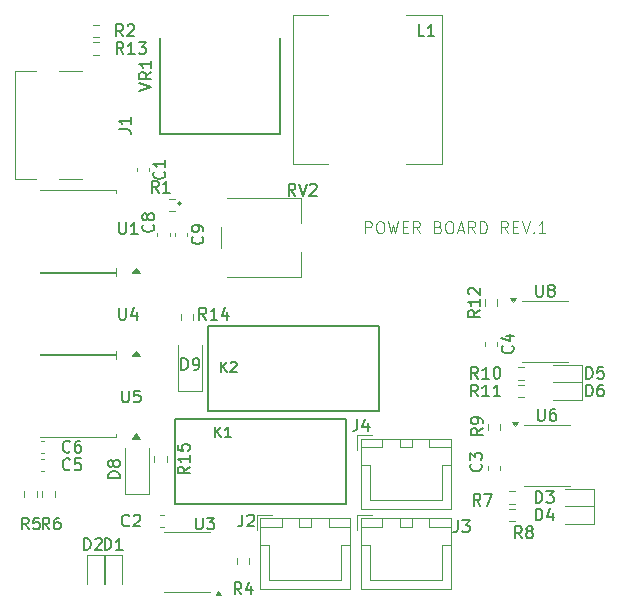
<source format=gbr>
%TF.GenerationSoftware,KiCad,Pcbnew,9.0.2*%
%TF.CreationDate,2025-10-13T00:09:24+02:00*%
%TF.ProjectId,STM32 RC AUTO,53544d33-3220-4524-9320-4155544f2e6b,rev?*%
%TF.SameCoordinates,Original*%
%TF.FileFunction,Legend,Top*%
%TF.FilePolarity,Positive*%
%FSLAX46Y46*%
G04 Gerber Fmt 4.6, Leading zero omitted, Abs format (unit mm)*
G04 Created by KiCad (PCBNEW 9.0.2) date 2025-10-13 00:09:24*
%MOMM*%
%LPD*%
G01*
G04 APERTURE LIST*
%ADD10C,0.100000*%
%ADD11C,0.150000*%
%ADD12C,0.200000*%
%ADD13C,0.127000*%
%ADD14C,0.120000*%
G04 APERTURE END LIST*
D10*
X80803884Y-114122419D02*
X80803884Y-113122419D01*
X80803884Y-113122419D02*
X81184836Y-113122419D01*
X81184836Y-113122419D02*
X81280074Y-113170038D01*
X81280074Y-113170038D02*
X81327693Y-113217657D01*
X81327693Y-113217657D02*
X81375312Y-113312895D01*
X81375312Y-113312895D02*
X81375312Y-113455752D01*
X81375312Y-113455752D02*
X81327693Y-113550990D01*
X81327693Y-113550990D02*
X81280074Y-113598609D01*
X81280074Y-113598609D02*
X81184836Y-113646228D01*
X81184836Y-113646228D02*
X80803884Y-113646228D01*
X81994360Y-113122419D02*
X82184836Y-113122419D01*
X82184836Y-113122419D02*
X82280074Y-113170038D01*
X82280074Y-113170038D02*
X82375312Y-113265276D01*
X82375312Y-113265276D02*
X82422931Y-113455752D01*
X82422931Y-113455752D02*
X82422931Y-113789085D01*
X82422931Y-113789085D02*
X82375312Y-113979561D01*
X82375312Y-113979561D02*
X82280074Y-114074800D01*
X82280074Y-114074800D02*
X82184836Y-114122419D01*
X82184836Y-114122419D02*
X81994360Y-114122419D01*
X81994360Y-114122419D02*
X81899122Y-114074800D01*
X81899122Y-114074800D02*
X81803884Y-113979561D01*
X81803884Y-113979561D02*
X81756265Y-113789085D01*
X81756265Y-113789085D02*
X81756265Y-113455752D01*
X81756265Y-113455752D02*
X81803884Y-113265276D01*
X81803884Y-113265276D02*
X81899122Y-113170038D01*
X81899122Y-113170038D02*
X81994360Y-113122419D01*
X82756265Y-113122419D02*
X82994360Y-114122419D01*
X82994360Y-114122419D02*
X83184836Y-113408133D01*
X83184836Y-113408133D02*
X83375312Y-114122419D01*
X83375312Y-114122419D02*
X83613408Y-113122419D01*
X83994360Y-113598609D02*
X84327693Y-113598609D01*
X84470550Y-114122419D02*
X83994360Y-114122419D01*
X83994360Y-114122419D02*
X83994360Y-113122419D01*
X83994360Y-113122419D02*
X84470550Y-113122419D01*
X85470550Y-114122419D02*
X85137217Y-113646228D01*
X84899122Y-114122419D02*
X84899122Y-113122419D01*
X84899122Y-113122419D02*
X85280074Y-113122419D01*
X85280074Y-113122419D02*
X85375312Y-113170038D01*
X85375312Y-113170038D02*
X85422931Y-113217657D01*
X85422931Y-113217657D02*
X85470550Y-113312895D01*
X85470550Y-113312895D02*
X85470550Y-113455752D01*
X85470550Y-113455752D02*
X85422931Y-113550990D01*
X85422931Y-113550990D02*
X85375312Y-113598609D01*
X85375312Y-113598609D02*
X85280074Y-113646228D01*
X85280074Y-113646228D02*
X84899122Y-113646228D01*
X86994360Y-113598609D02*
X87137217Y-113646228D01*
X87137217Y-113646228D02*
X87184836Y-113693847D01*
X87184836Y-113693847D02*
X87232455Y-113789085D01*
X87232455Y-113789085D02*
X87232455Y-113931942D01*
X87232455Y-113931942D02*
X87184836Y-114027180D01*
X87184836Y-114027180D02*
X87137217Y-114074800D01*
X87137217Y-114074800D02*
X87041979Y-114122419D01*
X87041979Y-114122419D02*
X86661027Y-114122419D01*
X86661027Y-114122419D02*
X86661027Y-113122419D01*
X86661027Y-113122419D02*
X86994360Y-113122419D01*
X86994360Y-113122419D02*
X87089598Y-113170038D01*
X87089598Y-113170038D02*
X87137217Y-113217657D01*
X87137217Y-113217657D02*
X87184836Y-113312895D01*
X87184836Y-113312895D02*
X87184836Y-113408133D01*
X87184836Y-113408133D02*
X87137217Y-113503371D01*
X87137217Y-113503371D02*
X87089598Y-113550990D01*
X87089598Y-113550990D02*
X86994360Y-113598609D01*
X86994360Y-113598609D02*
X86661027Y-113598609D01*
X87851503Y-113122419D02*
X88041979Y-113122419D01*
X88041979Y-113122419D02*
X88137217Y-113170038D01*
X88137217Y-113170038D02*
X88232455Y-113265276D01*
X88232455Y-113265276D02*
X88280074Y-113455752D01*
X88280074Y-113455752D02*
X88280074Y-113789085D01*
X88280074Y-113789085D02*
X88232455Y-113979561D01*
X88232455Y-113979561D02*
X88137217Y-114074800D01*
X88137217Y-114074800D02*
X88041979Y-114122419D01*
X88041979Y-114122419D02*
X87851503Y-114122419D01*
X87851503Y-114122419D02*
X87756265Y-114074800D01*
X87756265Y-114074800D02*
X87661027Y-113979561D01*
X87661027Y-113979561D02*
X87613408Y-113789085D01*
X87613408Y-113789085D02*
X87613408Y-113455752D01*
X87613408Y-113455752D02*
X87661027Y-113265276D01*
X87661027Y-113265276D02*
X87756265Y-113170038D01*
X87756265Y-113170038D02*
X87851503Y-113122419D01*
X88661027Y-113836704D02*
X89137217Y-113836704D01*
X88565789Y-114122419D02*
X88899122Y-113122419D01*
X88899122Y-113122419D02*
X89232455Y-114122419D01*
X90137217Y-114122419D02*
X89803884Y-113646228D01*
X89565789Y-114122419D02*
X89565789Y-113122419D01*
X89565789Y-113122419D02*
X89946741Y-113122419D01*
X89946741Y-113122419D02*
X90041979Y-113170038D01*
X90041979Y-113170038D02*
X90089598Y-113217657D01*
X90089598Y-113217657D02*
X90137217Y-113312895D01*
X90137217Y-113312895D02*
X90137217Y-113455752D01*
X90137217Y-113455752D02*
X90089598Y-113550990D01*
X90089598Y-113550990D02*
X90041979Y-113598609D01*
X90041979Y-113598609D02*
X89946741Y-113646228D01*
X89946741Y-113646228D02*
X89565789Y-113646228D01*
X90565789Y-114122419D02*
X90565789Y-113122419D01*
X90565789Y-113122419D02*
X90803884Y-113122419D01*
X90803884Y-113122419D02*
X90946741Y-113170038D01*
X90946741Y-113170038D02*
X91041979Y-113265276D01*
X91041979Y-113265276D02*
X91089598Y-113360514D01*
X91089598Y-113360514D02*
X91137217Y-113550990D01*
X91137217Y-113550990D02*
X91137217Y-113693847D01*
X91137217Y-113693847D02*
X91089598Y-113884323D01*
X91089598Y-113884323D02*
X91041979Y-113979561D01*
X91041979Y-113979561D02*
X90946741Y-114074800D01*
X90946741Y-114074800D02*
X90803884Y-114122419D01*
X90803884Y-114122419D02*
X90565789Y-114122419D01*
X92899122Y-114122419D02*
X92565789Y-113646228D01*
X92327694Y-114122419D02*
X92327694Y-113122419D01*
X92327694Y-113122419D02*
X92708646Y-113122419D01*
X92708646Y-113122419D02*
X92803884Y-113170038D01*
X92803884Y-113170038D02*
X92851503Y-113217657D01*
X92851503Y-113217657D02*
X92899122Y-113312895D01*
X92899122Y-113312895D02*
X92899122Y-113455752D01*
X92899122Y-113455752D02*
X92851503Y-113550990D01*
X92851503Y-113550990D02*
X92803884Y-113598609D01*
X92803884Y-113598609D02*
X92708646Y-113646228D01*
X92708646Y-113646228D02*
X92327694Y-113646228D01*
X93327694Y-113598609D02*
X93661027Y-113598609D01*
X93803884Y-114122419D02*
X93327694Y-114122419D01*
X93327694Y-114122419D02*
X93327694Y-113122419D01*
X93327694Y-113122419D02*
X93803884Y-113122419D01*
X94089599Y-113122419D02*
X94422932Y-114122419D01*
X94422932Y-114122419D02*
X94756265Y-113122419D01*
X95089599Y-114027180D02*
X95137218Y-114074800D01*
X95137218Y-114074800D02*
X95089599Y-114122419D01*
X95089599Y-114122419D02*
X95041980Y-114074800D01*
X95041980Y-114074800D02*
X95089599Y-114027180D01*
X95089599Y-114027180D02*
X95089599Y-114122419D01*
X96089598Y-114122419D02*
X95518170Y-114122419D01*
X95803884Y-114122419D02*
X95803884Y-113122419D01*
X95803884Y-113122419D02*
X95708646Y-113265276D01*
X95708646Y-113265276D02*
X95613408Y-113360514D01*
X95613408Y-113360514D02*
X95518170Y-113408133D01*
D11*
X61704819Y-102059523D02*
X62704819Y-101726190D01*
X62704819Y-101726190D02*
X61704819Y-101392857D01*
X62704819Y-100488095D02*
X62228628Y-100821428D01*
X62704819Y-101059523D02*
X61704819Y-101059523D01*
X61704819Y-101059523D02*
X61704819Y-100678571D01*
X61704819Y-100678571D02*
X61752438Y-100583333D01*
X61752438Y-100583333D02*
X61800057Y-100535714D01*
X61800057Y-100535714D02*
X61895295Y-100488095D01*
X61895295Y-100488095D02*
X62038152Y-100488095D01*
X62038152Y-100488095D02*
X62133390Y-100535714D01*
X62133390Y-100535714D02*
X62181009Y-100583333D01*
X62181009Y-100583333D02*
X62228628Y-100678571D01*
X62228628Y-100678571D02*
X62228628Y-101059523D01*
X62704819Y-99535714D02*
X62704819Y-100107142D01*
X62704819Y-99821428D02*
X61704819Y-99821428D01*
X61704819Y-99821428D02*
X61847676Y-99916666D01*
X61847676Y-99916666D02*
X61942914Y-100011904D01*
X61942914Y-100011904D02*
X61990533Y-100107142D01*
X74904761Y-110954819D02*
X74571428Y-110478628D01*
X74333333Y-110954819D02*
X74333333Y-109954819D01*
X74333333Y-109954819D02*
X74714285Y-109954819D01*
X74714285Y-109954819D02*
X74809523Y-110002438D01*
X74809523Y-110002438D02*
X74857142Y-110050057D01*
X74857142Y-110050057D02*
X74904761Y-110145295D01*
X74904761Y-110145295D02*
X74904761Y-110288152D01*
X74904761Y-110288152D02*
X74857142Y-110383390D01*
X74857142Y-110383390D02*
X74809523Y-110431009D01*
X74809523Y-110431009D02*
X74714285Y-110478628D01*
X74714285Y-110478628D02*
X74333333Y-110478628D01*
X75190476Y-109954819D02*
X75523809Y-110954819D01*
X75523809Y-110954819D02*
X75857142Y-109954819D01*
X76142857Y-110050057D02*
X76190476Y-110002438D01*
X76190476Y-110002438D02*
X76285714Y-109954819D01*
X76285714Y-109954819D02*
X76523809Y-109954819D01*
X76523809Y-109954819D02*
X76619047Y-110002438D01*
X76619047Y-110002438D02*
X76666666Y-110050057D01*
X76666666Y-110050057D02*
X76714285Y-110145295D01*
X76714285Y-110145295D02*
X76714285Y-110240533D01*
X76714285Y-110240533D02*
X76666666Y-110383390D01*
X76666666Y-110383390D02*
X76095238Y-110954819D01*
X76095238Y-110954819D02*
X76714285Y-110954819D01*
X63333333Y-110704819D02*
X63000000Y-110228628D01*
X62761905Y-110704819D02*
X62761905Y-109704819D01*
X62761905Y-109704819D02*
X63142857Y-109704819D01*
X63142857Y-109704819D02*
X63238095Y-109752438D01*
X63238095Y-109752438D02*
X63285714Y-109800057D01*
X63285714Y-109800057D02*
X63333333Y-109895295D01*
X63333333Y-109895295D02*
X63333333Y-110038152D01*
X63333333Y-110038152D02*
X63285714Y-110133390D01*
X63285714Y-110133390D02*
X63238095Y-110181009D01*
X63238095Y-110181009D02*
X63142857Y-110228628D01*
X63142857Y-110228628D02*
X62761905Y-110228628D01*
X64285714Y-110704819D02*
X63714286Y-110704819D01*
X64000000Y-110704819D02*
X64000000Y-109704819D01*
X64000000Y-109704819D02*
X63904762Y-109847676D01*
X63904762Y-109847676D02*
X63809524Y-109942914D01*
X63809524Y-109942914D02*
X63714286Y-109990533D01*
X90357142Y-126454819D02*
X90023809Y-125978628D01*
X89785714Y-126454819D02*
X89785714Y-125454819D01*
X89785714Y-125454819D02*
X90166666Y-125454819D01*
X90166666Y-125454819D02*
X90261904Y-125502438D01*
X90261904Y-125502438D02*
X90309523Y-125550057D01*
X90309523Y-125550057D02*
X90357142Y-125645295D01*
X90357142Y-125645295D02*
X90357142Y-125788152D01*
X90357142Y-125788152D02*
X90309523Y-125883390D01*
X90309523Y-125883390D02*
X90261904Y-125931009D01*
X90261904Y-125931009D02*
X90166666Y-125978628D01*
X90166666Y-125978628D02*
X89785714Y-125978628D01*
X91309523Y-126454819D02*
X90738095Y-126454819D01*
X91023809Y-126454819D02*
X91023809Y-125454819D01*
X91023809Y-125454819D02*
X90928571Y-125597676D01*
X90928571Y-125597676D02*
X90833333Y-125692914D01*
X90833333Y-125692914D02*
X90738095Y-125740533D01*
X91928571Y-125454819D02*
X92023809Y-125454819D01*
X92023809Y-125454819D02*
X92119047Y-125502438D01*
X92119047Y-125502438D02*
X92166666Y-125550057D01*
X92166666Y-125550057D02*
X92214285Y-125645295D01*
X92214285Y-125645295D02*
X92261904Y-125835771D01*
X92261904Y-125835771D02*
X92261904Y-126073866D01*
X92261904Y-126073866D02*
X92214285Y-126264342D01*
X92214285Y-126264342D02*
X92166666Y-126359580D01*
X92166666Y-126359580D02*
X92119047Y-126407200D01*
X92119047Y-126407200D02*
X92023809Y-126454819D01*
X92023809Y-126454819D02*
X91928571Y-126454819D01*
X91928571Y-126454819D02*
X91833333Y-126407200D01*
X91833333Y-126407200D02*
X91785714Y-126359580D01*
X91785714Y-126359580D02*
X91738095Y-126264342D01*
X91738095Y-126264342D02*
X91690476Y-126073866D01*
X91690476Y-126073866D02*
X91690476Y-125835771D01*
X91690476Y-125835771D02*
X91738095Y-125645295D01*
X91738095Y-125645295D02*
X91785714Y-125550057D01*
X91785714Y-125550057D02*
X91833333Y-125502438D01*
X91833333Y-125502438D02*
X91928571Y-125454819D01*
X80166666Y-129879819D02*
X80166666Y-130594104D01*
X80166666Y-130594104D02*
X80119047Y-130736961D01*
X80119047Y-130736961D02*
X80023809Y-130832200D01*
X80023809Y-130832200D02*
X79880952Y-130879819D01*
X79880952Y-130879819D02*
X79785714Y-130879819D01*
X81071428Y-130213152D02*
X81071428Y-130879819D01*
X80833333Y-129832200D02*
X80595238Y-130546485D01*
X80595238Y-130546485D02*
X81214285Y-130546485D01*
X88666666Y-138454819D02*
X88666666Y-139169104D01*
X88666666Y-139169104D02*
X88619047Y-139311961D01*
X88619047Y-139311961D02*
X88523809Y-139407200D01*
X88523809Y-139407200D02*
X88380952Y-139454819D01*
X88380952Y-139454819D02*
X88285714Y-139454819D01*
X89047619Y-138454819D02*
X89666666Y-138454819D01*
X89666666Y-138454819D02*
X89333333Y-138835771D01*
X89333333Y-138835771D02*
X89476190Y-138835771D01*
X89476190Y-138835771D02*
X89571428Y-138883390D01*
X89571428Y-138883390D02*
X89619047Y-138931009D01*
X89619047Y-138931009D02*
X89666666Y-139026247D01*
X89666666Y-139026247D02*
X89666666Y-139264342D01*
X89666666Y-139264342D02*
X89619047Y-139359580D01*
X89619047Y-139359580D02*
X89571428Y-139407200D01*
X89571428Y-139407200D02*
X89476190Y-139454819D01*
X89476190Y-139454819D02*
X89190476Y-139454819D01*
X89190476Y-139454819D02*
X89095238Y-139407200D01*
X89095238Y-139407200D02*
X89047619Y-139359580D01*
X70416666Y-137954819D02*
X70416666Y-138669104D01*
X70416666Y-138669104D02*
X70369047Y-138811961D01*
X70369047Y-138811961D02*
X70273809Y-138907200D01*
X70273809Y-138907200D02*
X70130952Y-138954819D01*
X70130952Y-138954819D02*
X70035714Y-138954819D01*
X70845238Y-138050057D02*
X70892857Y-138002438D01*
X70892857Y-138002438D02*
X70988095Y-137954819D01*
X70988095Y-137954819D02*
X71226190Y-137954819D01*
X71226190Y-137954819D02*
X71321428Y-138002438D01*
X71321428Y-138002438D02*
X71369047Y-138050057D01*
X71369047Y-138050057D02*
X71416666Y-138145295D01*
X71416666Y-138145295D02*
X71416666Y-138240533D01*
X71416666Y-138240533D02*
X71369047Y-138383390D01*
X71369047Y-138383390D02*
X70797619Y-138954819D01*
X70797619Y-138954819D02*
X71416666Y-138954819D01*
X58761905Y-140954819D02*
X58761905Y-139954819D01*
X58761905Y-139954819D02*
X59000000Y-139954819D01*
X59000000Y-139954819D02*
X59142857Y-140002438D01*
X59142857Y-140002438D02*
X59238095Y-140097676D01*
X59238095Y-140097676D02*
X59285714Y-140192914D01*
X59285714Y-140192914D02*
X59333333Y-140383390D01*
X59333333Y-140383390D02*
X59333333Y-140526247D01*
X59333333Y-140526247D02*
X59285714Y-140716723D01*
X59285714Y-140716723D02*
X59238095Y-140811961D01*
X59238095Y-140811961D02*
X59142857Y-140907200D01*
X59142857Y-140907200D02*
X59000000Y-140954819D01*
X59000000Y-140954819D02*
X58761905Y-140954819D01*
X60285714Y-140954819D02*
X59714286Y-140954819D01*
X60000000Y-140954819D02*
X60000000Y-139954819D01*
X60000000Y-139954819D02*
X59904762Y-140097676D01*
X59904762Y-140097676D02*
X59809524Y-140192914D01*
X59809524Y-140192914D02*
X59714286Y-140240533D01*
X65954819Y-133892857D02*
X65478628Y-134226190D01*
X65954819Y-134464285D02*
X64954819Y-134464285D01*
X64954819Y-134464285D02*
X64954819Y-134083333D01*
X64954819Y-134083333D02*
X65002438Y-133988095D01*
X65002438Y-133988095D02*
X65050057Y-133940476D01*
X65050057Y-133940476D02*
X65145295Y-133892857D01*
X65145295Y-133892857D02*
X65288152Y-133892857D01*
X65288152Y-133892857D02*
X65383390Y-133940476D01*
X65383390Y-133940476D02*
X65431009Y-133988095D01*
X65431009Y-133988095D02*
X65478628Y-134083333D01*
X65478628Y-134083333D02*
X65478628Y-134464285D01*
X65954819Y-132940476D02*
X65954819Y-133511904D01*
X65954819Y-133226190D02*
X64954819Y-133226190D01*
X64954819Y-133226190D02*
X65097676Y-133321428D01*
X65097676Y-133321428D02*
X65192914Y-133416666D01*
X65192914Y-133416666D02*
X65240533Y-133511904D01*
X64954819Y-132035714D02*
X64954819Y-132511904D01*
X64954819Y-132511904D02*
X65431009Y-132559523D01*
X65431009Y-132559523D02*
X65383390Y-132511904D01*
X65383390Y-132511904D02*
X65335771Y-132416666D01*
X65335771Y-132416666D02*
X65335771Y-132178571D01*
X65335771Y-132178571D02*
X65383390Y-132083333D01*
X65383390Y-132083333D02*
X65431009Y-132035714D01*
X65431009Y-132035714D02*
X65526247Y-131988095D01*
X65526247Y-131988095D02*
X65764342Y-131988095D01*
X65764342Y-131988095D02*
X65859580Y-132035714D01*
X65859580Y-132035714D02*
X65907200Y-132083333D01*
X65907200Y-132083333D02*
X65954819Y-132178571D01*
X65954819Y-132178571D02*
X65954819Y-132416666D01*
X65954819Y-132416666D02*
X65907200Y-132511904D01*
X65907200Y-132511904D02*
X65859580Y-132559523D01*
X67357142Y-121454819D02*
X67023809Y-120978628D01*
X66785714Y-121454819D02*
X66785714Y-120454819D01*
X66785714Y-120454819D02*
X67166666Y-120454819D01*
X67166666Y-120454819D02*
X67261904Y-120502438D01*
X67261904Y-120502438D02*
X67309523Y-120550057D01*
X67309523Y-120550057D02*
X67357142Y-120645295D01*
X67357142Y-120645295D02*
X67357142Y-120788152D01*
X67357142Y-120788152D02*
X67309523Y-120883390D01*
X67309523Y-120883390D02*
X67261904Y-120931009D01*
X67261904Y-120931009D02*
X67166666Y-120978628D01*
X67166666Y-120978628D02*
X66785714Y-120978628D01*
X68309523Y-121454819D02*
X67738095Y-121454819D01*
X68023809Y-121454819D02*
X68023809Y-120454819D01*
X68023809Y-120454819D02*
X67928571Y-120597676D01*
X67928571Y-120597676D02*
X67833333Y-120692914D01*
X67833333Y-120692914D02*
X67738095Y-120740533D01*
X69166666Y-120788152D02*
X69166666Y-121454819D01*
X68928571Y-120407200D02*
X68690476Y-121121485D01*
X68690476Y-121121485D02*
X69309523Y-121121485D01*
X90524819Y-120642857D02*
X90048628Y-120976190D01*
X90524819Y-121214285D02*
X89524819Y-121214285D01*
X89524819Y-121214285D02*
X89524819Y-120833333D01*
X89524819Y-120833333D02*
X89572438Y-120738095D01*
X89572438Y-120738095D02*
X89620057Y-120690476D01*
X89620057Y-120690476D02*
X89715295Y-120642857D01*
X89715295Y-120642857D02*
X89858152Y-120642857D01*
X89858152Y-120642857D02*
X89953390Y-120690476D01*
X89953390Y-120690476D02*
X90001009Y-120738095D01*
X90001009Y-120738095D02*
X90048628Y-120833333D01*
X90048628Y-120833333D02*
X90048628Y-121214285D01*
X90524819Y-119690476D02*
X90524819Y-120261904D01*
X90524819Y-119976190D02*
X89524819Y-119976190D01*
X89524819Y-119976190D02*
X89667676Y-120071428D01*
X89667676Y-120071428D02*
X89762914Y-120166666D01*
X89762914Y-120166666D02*
X89810533Y-120261904D01*
X89620057Y-119309523D02*
X89572438Y-119261904D01*
X89572438Y-119261904D02*
X89524819Y-119166666D01*
X89524819Y-119166666D02*
X89524819Y-118928571D01*
X89524819Y-118928571D02*
X89572438Y-118833333D01*
X89572438Y-118833333D02*
X89620057Y-118785714D01*
X89620057Y-118785714D02*
X89715295Y-118738095D01*
X89715295Y-118738095D02*
X89810533Y-118738095D01*
X89810533Y-118738095D02*
X89953390Y-118785714D01*
X89953390Y-118785714D02*
X90524819Y-119357142D01*
X90524819Y-119357142D02*
X90524819Y-118738095D01*
X90357142Y-127954819D02*
X90023809Y-127478628D01*
X89785714Y-127954819D02*
X89785714Y-126954819D01*
X89785714Y-126954819D02*
X90166666Y-126954819D01*
X90166666Y-126954819D02*
X90261904Y-127002438D01*
X90261904Y-127002438D02*
X90309523Y-127050057D01*
X90309523Y-127050057D02*
X90357142Y-127145295D01*
X90357142Y-127145295D02*
X90357142Y-127288152D01*
X90357142Y-127288152D02*
X90309523Y-127383390D01*
X90309523Y-127383390D02*
X90261904Y-127431009D01*
X90261904Y-127431009D02*
X90166666Y-127478628D01*
X90166666Y-127478628D02*
X89785714Y-127478628D01*
X91309523Y-127954819D02*
X90738095Y-127954819D01*
X91023809Y-127954819D02*
X91023809Y-126954819D01*
X91023809Y-126954819D02*
X90928571Y-127097676D01*
X90928571Y-127097676D02*
X90833333Y-127192914D01*
X90833333Y-127192914D02*
X90738095Y-127240533D01*
X92261904Y-127954819D02*
X91690476Y-127954819D01*
X91976190Y-127954819D02*
X91976190Y-126954819D01*
X91976190Y-126954819D02*
X91880952Y-127097676D01*
X91880952Y-127097676D02*
X91785714Y-127192914D01*
X91785714Y-127192914D02*
X91690476Y-127240533D01*
X90774819Y-130666666D02*
X90298628Y-130999999D01*
X90774819Y-131238094D02*
X89774819Y-131238094D01*
X89774819Y-131238094D02*
X89774819Y-130857142D01*
X89774819Y-130857142D02*
X89822438Y-130761904D01*
X89822438Y-130761904D02*
X89870057Y-130714285D01*
X89870057Y-130714285D02*
X89965295Y-130666666D01*
X89965295Y-130666666D02*
X90108152Y-130666666D01*
X90108152Y-130666666D02*
X90203390Y-130714285D01*
X90203390Y-130714285D02*
X90251009Y-130761904D01*
X90251009Y-130761904D02*
X90298628Y-130857142D01*
X90298628Y-130857142D02*
X90298628Y-131238094D01*
X90774819Y-130190475D02*
X90774819Y-129999999D01*
X90774819Y-129999999D02*
X90727200Y-129904761D01*
X90727200Y-129904761D02*
X90679580Y-129857142D01*
X90679580Y-129857142D02*
X90536723Y-129761904D01*
X90536723Y-129761904D02*
X90346247Y-129714285D01*
X90346247Y-129714285D02*
X89965295Y-129714285D01*
X89965295Y-129714285D02*
X89870057Y-129761904D01*
X89870057Y-129761904D02*
X89822438Y-129809523D01*
X89822438Y-129809523D02*
X89774819Y-129904761D01*
X89774819Y-129904761D02*
X89774819Y-130095237D01*
X89774819Y-130095237D02*
X89822438Y-130190475D01*
X89822438Y-130190475D02*
X89870057Y-130238094D01*
X89870057Y-130238094D02*
X89965295Y-130285713D01*
X89965295Y-130285713D02*
X90203390Y-130285713D01*
X90203390Y-130285713D02*
X90298628Y-130238094D01*
X90298628Y-130238094D02*
X90346247Y-130190475D01*
X90346247Y-130190475D02*
X90393866Y-130095237D01*
X90393866Y-130095237D02*
X90393866Y-129904761D01*
X90393866Y-129904761D02*
X90346247Y-129809523D01*
X90346247Y-129809523D02*
X90298628Y-129761904D01*
X90298628Y-129761904D02*
X90203390Y-129714285D01*
X94083333Y-139954819D02*
X93750000Y-139478628D01*
X93511905Y-139954819D02*
X93511905Y-138954819D01*
X93511905Y-138954819D02*
X93892857Y-138954819D01*
X93892857Y-138954819D02*
X93988095Y-139002438D01*
X93988095Y-139002438D02*
X94035714Y-139050057D01*
X94035714Y-139050057D02*
X94083333Y-139145295D01*
X94083333Y-139145295D02*
X94083333Y-139288152D01*
X94083333Y-139288152D02*
X94035714Y-139383390D01*
X94035714Y-139383390D02*
X93988095Y-139431009D01*
X93988095Y-139431009D02*
X93892857Y-139478628D01*
X93892857Y-139478628D02*
X93511905Y-139478628D01*
X94654762Y-139383390D02*
X94559524Y-139335771D01*
X94559524Y-139335771D02*
X94511905Y-139288152D01*
X94511905Y-139288152D02*
X94464286Y-139192914D01*
X94464286Y-139192914D02*
X94464286Y-139145295D01*
X94464286Y-139145295D02*
X94511905Y-139050057D01*
X94511905Y-139050057D02*
X94559524Y-139002438D01*
X94559524Y-139002438D02*
X94654762Y-138954819D01*
X94654762Y-138954819D02*
X94845238Y-138954819D01*
X94845238Y-138954819D02*
X94940476Y-139002438D01*
X94940476Y-139002438D02*
X94988095Y-139050057D01*
X94988095Y-139050057D02*
X95035714Y-139145295D01*
X95035714Y-139145295D02*
X95035714Y-139192914D01*
X95035714Y-139192914D02*
X94988095Y-139288152D01*
X94988095Y-139288152D02*
X94940476Y-139335771D01*
X94940476Y-139335771D02*
X94845238Y-139383390D01*
X94845238Y-139383390D02*
X94654762Y-139383390D01*
X94654762Y-139383390D02*
X94559524Y-139431009D01*
X94559524Y-139431009D02*
X94511905Y-139478628D01*
X94511905Y-139478628D02*
X94464286Y-139573866D01*
X94464286Y-139573866D02*
X94464286Y-139764342D01*
X94464286Y-139764342D02*
X94511905Y-139859580D01*
X94511905Y-139859580D02*
X94559524Y-139907200D01*
X94559524Y-139907200D02*
X94654762Y-139954819D01*
X94654762Y-139954819D02*
X94845238Y-139954819D01*
X94845238Y-139954819D02*
X94940476Y-139907200D01*
X94940476Y-139907200D02*
X94988095Y-139859580D01*
X94988095Y-139859580D02*
X95035714Y-139764342D01*
X95035714Y-139764342D02*
X95035714Y-139573866D01*
X95035714Y-139573866D02*
X94988095Y-139478628D01*
X94988095Y-139478628D02*
X94940476Y-139431009D01*
X94940476Y-139431009D02*
X94845238Y-139383390D01*
X90583333Y-137204819D02*
X90250000Y-136728628D01*
X90011905Y-137204819D02*
X90011905Y-136204819D01*
X90011905Y-136204819D02*
X90392857Y-136204819D01*
X90392857Y-136204819D02*
X90488095Y-136252438D01*
X90488095Y-136252438D02*
X90535714Y-136300057D01*
X90535714Y-136300057D02*
X90583333Y-136395295D01*
X90583333Y-136395295D02*
X90583333Y-136538152D01*
X90583333Y-136538152D02*
X90535714Y-136633390D01*
X90535714Y-136633390D02*
X90488095Y-136681009D01*
X90488095Y-136681009D02*
X90392857Y-136728628D01*
X90392857Y-136728628D02*
X90011905Y-136728628D01*
X90916667Y-136204819D02*
X91583333Y-136204819D01*
X91583333Y-136204819D02*
X91154762Y-137204819D01*
X54083333Y-139204819D02*
X53750000Y-138728628D01*
X53511905Y-139204819D02*
X53511905Y-138204819D01*
X53511905Y-138204819D02*
X53892857Y-138204819D01*
X53892857Y-138204819D02*
X53988095Y-138252438D01*
X53988095Y-138252438D02*
X54035714Y-138300057D01*
X54035714Y-138300057D02*
X54083333Y-138395295D01*
X54083333Y-138395295D02*
X54083333Y-138538152D01*
X54083333Y-138538152D02*
X54035714Y-138633390D01*
X54035714Y-138633390D02*
X53988095Y-138681009D01*
X53988095Y-138681009D02*
X53892857Y-138728628D01*
X53892857Y-138728628D02*
X53511905Y-138728628D01*
X54940476Y-138204819D02*
X54750000Y-138204819D01*
X54750000Y-138204819D02*
X54654762Y-138252438D01*
X54654762Y-138252438D02*
X54607143Y-138300057D01*
X54607143Y-138300057D02*
X54511905Y-138442914D01*
X54511905Y-138442914D02*
X54464286Y-138633390D01*
X54464286Y-138633390D02*
X54464286Y-139014342D01*
X54464286Y-139014342D02*
X54511905Y-139109580D01*
X54511905Y-139109580D02*
X54559524Y-139157200D01*
X54559524Y-139157200D02*
X54654762Y-139204819D01*
X54654762Y-139204819D02*
X54845238Y-139204819D01*
X54845238Y-139204819D02*
X54940476Y-139157200D01*
X54940476Y-139157200D02*
X54988095Y-139109580D01*
X54988095Y-139109580D02*
X55035714Y-139014342D01*
X55035714Y-139014342D02*
X55035714Y-138776247D01*
X55035714Y-138776247D02*
X54988095Y-138681009D01*
X54988095Y-138681009D02*
X54940476Y-138633390D01*
X54940476Y-138633390D02*
X54845238Y-138585771D01*
X54845238Y-138585771D02*
X54654762Y-138585771D01*
X54654762Y-138585771D02*
X54559524Y-138633390D01*
X54559524Y-138633390D02*
X54511905Y-138681009D01*
X54511905Y-138681009D02*
X54464286Y-138776247D01*
X52333333Y-139204819D02*
X52000000Y-138728628D01*
X51761905Y-139204819D02*
X51761905Y-138204819D01*
X51761905Y-138204819D02*
X52142857Y-138204819D01*
X52142857Y-138204819D02*
X52238095Y-138252438D01*
X52238095Y-138252438D02*
X52285714Y-138300057D01*
X52285714Y-138300057D02*
X52333333Y-138395295D01*
X52333333Y-138395295D02*
X52333333Y-138538152D01*
X52333333Y-138538152D02*
X52285714Y-138633390D01*
X52285714Y-138633390D02*
X52238095Y-138681009D01*
X52238095Y-138681009D02*
X52142857Y-138728628D01*
X52142857Y-138728628D02*
X51761905Y-138728628D01*
X53238095Y-138204819D02*
X52761905Y-138204819D01*
X52761905Y-138204819D02*
X52714286Y-138681009D01*
X52714286Y-138681009D02*
X52761905Y-138633390D01*
X52761905Y-138633390D02*
X52857143Y-138585771D01*
X52857143Y-138585771D02*
X53095238Y-138585771D01*
X53095238Y-138585771D02*
X53190476Y-138633390D01*
X53190476Y-138633390D02*
X53238095Y-138681009D01*
X53238095Y-138681009D02*
X53285714Y-138776247D01*
X53285714Y-138776247D02*
X53285714Y-139014342D01*
X53285714Y-139014342D02*
X53238095Y-139109580D01*
X53238095Y-139109580D02*
X53190476Y-139157200D01*
X53190476Y-139157200D02*
X53095238Y-139204819D01*
X53095238Y-139204819D02*
X52857143Y-139204819D01*
X52857143Y-139204819D02*
X52761905Y-139157200D01*
X52761905Y-139157200D02*
X52714286Y-139109580D01*
X70333333Y-144704819D02*
X70000000Y-144228628D01*
X69761905Y-144704819D02*
X69761905Y-143704819D01*
X69761905Y-143704819D02*
X70142857Y-143704819D01*
X70142857Y-143704819D02*
X70238095Y-143752438D01*
X70238095Y-143752438D02*
X70285714Y-143800057D01*
X70285714Y-143800057D02*
X70333333Y-143895295D01*
X70333333Y-143895295D02*
X70333333Y-144038152D01*
X70333333Y-144038152D02*
X70285714Y-144133390D01*
X70285714Y-144133390D02*
X70238095Y-144181009D01*
X70238095Y-144181009D02*
X70142857Y-144228628D01*
X70142857Y-144228628D02*
X69761905Y-144228628D01*
X71190476Y-144038152D02*
X71190476Y-144704819D01*
X70952381Y-143657200D02*
X70714286Y-144371485D01*
X70714286Y-144371485D02*
X71333333Y-144371485D01*
X65261905Y-125704819D02*
X65261905Y-124704819D01*
X65261905Y-124704819D02*
X65500000Y-124704819D01*
X65500000Y-124704819D02*
X65642857Y-124752438D01*
X65642857Y-124752438D02*
X65738095Y-124847676D01*
X65738095Y-124847676D02*
X65785714Y-124942914D01*
X65785714Y-124942914D02*
X65833333Y-125133390D01*
X65833333Y-125133390D02*
X65833333Y-125276247D01*
X65833333Y-125276247D02*
X65785714Y-125466723D01*
X65785714Y-125466723D02*
X65738095Y-125561961D01*
X65738095Y-125561961D02*
X65642857Y-125657200D01*
X65642857Y-125657200D02*
X65500000Y-125704819D01*
X65500000Y-125704819D02*
X65261905Y-125704819D01*
X66309524Y-125704819D02*
X66500000Y-125704819D01*
X66500000Y-125704819D02*
X66595238Y-125657200D01*
X66595238Y-125657200D02*
X66642857Y-125609580D01*
X66642857Y-125609580D02*
X66738095Y-125466723D01*
X66738095Y-125466723D02*
X66785714Y-125276247D01*
X66785714Y-125276247D02*
X66785714Y-124895295D01*
X66785714Y-124895295D02*
X66738095Y-124800057D01*
X66738095Y-124800057D02*
X66690476Y-124752438D01*
X66690476Y-124752438D02*
X66595238Y-124704819D01*
X66595238Y-124704819D02*
X66404762Y-124704819D01*
X66404762Y-124704819D02*
X66309524Y-124752438D01*
X66309524Y-124752438D02*
X66261905Y-124800057D01*
X66261905Y-124800057D02*
X66214286Y-124895295D01*
X66214286Y-124895295D02*
X66214286Y-125133390D01*
X66214286Y-125133390D02*
X66261905Y-125228628D01*
X66261905Y-125228628D02*
X66309524Y-125276247D01*
X66309524Y-125276247D02*
X66404762Y-125323866D01*
X66404762Y-125323866D02*
X66595238Y-125323866D01*
X66595238Y-125323866D02*
X66690476Y-125276247D01*
X66690476Y-125276247D02*
X66738095Y-125228628D01*
X66738095Y-125228628D02*
X66785714Y-125133390D01*
X60049819Y-134865094D02*
X59049819Y-134865094D01*
X59049819Y-134865094D02*
X59049819Y-134626999D01*
X59049819Y-134626999D02*
X59097438Y-134484142D01*
X59097438Y-134484142D02*
X59192676Y-134388904D01*
X59192676Y-134388904D02*
X59287914Y-134341285D01*
X59287914Y-134341285D02*
X59478390Y-134293666D01*
X59478390Y-134293666D02*
X59621247Y-134293666D01*
X59621247Y-134293666D02*
X59811723Y-134341285D01*
X59811723Y-134341285D02*
X59906961Y-134388904D01*
X59906961Y-134388904D02*
X60002200Y-134484142D01*
X60002200Y-134484142D02*
X60049819Y-134626999D01*
X60049819Y-134626999D02*
X60049819Y-134865094D01*
X59478390Y-133722237D02*
X59430771Y-133817475D01*
X59430771Y-133817475D02*
X59383152Y-133865094D01*
X59383152Y-133865094D02*
X59287914Y-133912713D01*
X59287914Y-133912713D02*
X59240295Y-133912713D01*
X59240295Y-133912713D02*
X59145057Y-133865094D01*
X59145057Y-133865094D02*
X59097438Y-133817475D01*
X59097438Y-133817475D02*
X59049819Y-133722237D01*
X59049819Y-133722237D02*
X59049819Y-133531761D01*
X59049819Y-133531761D02*
X59097438Y-133436523D01*
X59097438Y-133436523D02*
X59145057Y-133388904D01*
X59145057Y-133388904D02*
X59240295Y-133341285D01*
X59240295Y-133341285D02*
X59287914Y-133341285D01*
X59287914Y-133341285D02*
X59383152Y-133388904D01*
X59383152Y-133388904D02*
X59430771Y-133436523D01*
X59430771Y-133436523D02*
X59478390Y-133531761D01*
X59478390Y-133531761D02*
X59478390Y-133722237D01*
X59478390Y-133722237D02*
X59526009Y-133817475D01*
X59526009Y-133817475D02*
X59573628Y-133865094D01*
X59573628Y-133865094D02*
X59668866Y-133912713D01*
X59668866Y-133912713D02*
X59859342Y-133912713D01*
X59859342Y-133912713D02*
X59954580Y-133865094D01*
X59954580Y-133865094D02*
X60002200Y-133817475D01*
X60002200Y-133817475D02*
X60049819Y-133722237D01*
X60049819Y-133722237D02*
X60049819Y-133531761D01*
X60049819Y-133531761D02*
X60002200Y-133436523D01*
X60002200Y-133436523D02*
X59954580Y-133388904D01*
X59954580Y-133388904D02*
X59859342Y-133341285D01*
X59859342Y-133341285D02*
X59668866Y-133341285D01*
X59668866Y-133341285D02*
X59573628Y-133388904D01*
X59573628Y-133388904D02*
X59526009Y-133436523D01*
X59526009Y-133436523D02*
X59478390Y-133531761D01*
X99511905Y-127954819D02*
X99511905Y-126954819D01*
X99511905Y-126954819D02*
X99750000Y-126954819D01*
X99750000Y-126954819D02*
X99892857Y-127002438D01*
X99892857Y-127002438D02*
X99988095Y-127097676D01*
X99988095Y-127097676D02*
X100035714Y-127192914D01*
X100035714Y-127192914D02*
X100083333Y-127383390D01*
X100083333Y-127383390D02*
X100083333Y-127526247D01*
X100083333Y-127526247D02*
X100035714Y-127716723D01*
X100035714Y-127716723D02*
X99988095Y-127811961D01*
X99988095Y-127811961D02*
X99892857Y-127907200D01*
X99892857Y-127907200D02*
X99750000Y-127954819D01*
X99750000Y-127954819D02*
X99511905Y-127954819D01*
X100940476Y-126954819D02*
X100750000Y-126954819D01*
X100750000Y-126954819D02*
X100654762Y-127002438D01*
X100654762Y-127002438D02*
X100607143Y-127050057D01*
X100607143Y-127050057D02*
X100511905Y-127192914D01*
X100511905Y-127192914D02*
X100464286Y-127383390D01*
X100464286Y-127383390D02*
X100464286Y-127764342D01*
X100464286Y-127764342D02*
X100511905Y-127859580D01*
X100511905Y-127859580D02*
X100559524Y-127907200D01*
X100559524Y-127907200D02*
X100654762Y-127954819D01*
X100654762Y-127954819D02*
X100845238Y-127954819D01*
X100845238Y-127954819D02*
X100940476Y-127907200D01*
X100940476Y-127907200D02*
X100988095Y-127859580D01*
X100988095Y-127859580D02*
X101035714Y-127764342D01*
X101035714Y-127764342D02*
X101035714Y-127526247D01*
X101035714Y-127526247D02*
X100988095Y-127431009D01*
X100988095Y-127431009D02*
X100940476Y-127383390D01*
X100940476Y-127383390D02*
X100845238Y-127335771D01*
X100845238Y-127335771D02*
X100654762Y-127335771D01*
X100654762Y-127335771D02*
X100559524Y-127383390D01*
X100559524Y-127383390D02*
X100511905Y-127431009D01*
X100511905Y-127431009D02*
X100464286Y-127526247D01*
X99511905Y-126454819D02*
X99511905Y-125454819D01*
X99511905Y-125454819D02*
X99750000Y-125454819D01*
X99750000Y-125454819D02*
X99892857Y-125502438D01*
X99892857Y-125502438D02*
X99988095Y-125597676D01*
X99988095Y-125597676D02*
X100035714Y-125692914D01*
X100035714Y-125692914D02*
X100083333Y-125883390D01*
X100083333Y-125883390D02*
X100083333Y-126026247D01*
X100083333Y-126026247D02*
X100035714Y-126216723D01*
X100035714Y-126216723D02*
X99988095Y-126311961D01*
X99988095Y-126311961D02*
X99892857Y-126407200D01*
X99892857Y-126407200D02*
X99750000Y-126454819D01*
X99750000Y-126454819D02*
X99511905Y-126454819D01*
X100988095Y-125454819D02*
X100511905Y-125454819D01*
X100511905Y-125454819D02*
X100464286Y-125931009D01*
X100464286Y-125931009D02*
X100511905Y-125883390D01*
X100511905Y-125883390D02*
X100607143Y-125835771D01*
X100607143Y-125835771D02*
X100845238Y-125835771D01*
X100845238Y-125835771D02*
X100940476Y-125883390D01*
X100940476Y-125883390D02*
X100988095Y-125931009D01*
X100988095Y-125931009D02*
X101035714Y-126026247D01*
X101035714Y-126026247D02*
X101035714Y-126264342D01*
X101035714Y-126264342D02*
X100988095Y-126359580D01*
X100988095Y-126359580D02*
X100940476Y-126407200D01*
X100940476Y-126407200D02*
X100845238Y-126454819D01*
X100845238Y-126454819D02*
X100607143Y-126454819D01*
X100607143Y-126454819D02*
X100511905Y-126407200D01*
X100511905Y-126407200D02*
X100464286Y-126359580D01*
X95261905Y-138454819D02*
X95261905Y-137454819D01*
X95261905Y-137454819D02*
X95500000Y-137454819D01*
X95500000Y-137454819D02*
X95642857Y-137502438D01*
X95642857Y-137502438D02*
X95738095Y-137597676D01*
X95738095Y-137597676D02*
X95785714Y-137692914D01*
X95785714Y-137692914D02*
X95833333Y-137883390D01*
X95833333Y-137883390D02*
X95833333Y-138026247D01*
X95833333Y-138026247D02*
X95785714Y-138216723D01*
X95785714Y-138216723D02*
X95738095Y-138311961D01*
X95738095Y-138311961D02*
X95642857Y-138407200D01*
X95642857Y-138407200D02*
X95500000Y-138454819D01*
X95500000Y-138454819D02*
X95261905Y-138454819D01*
X96690476Y-137788152D02*
X96690476Y-138454819D01*
X96452381Y-137407200D02*
X96214286Y-138121485D01*
X96214286Y-138121485D02*
X96833333Y-138121485D01*
X95261905Y-136954819D02*
X95261905Y-135954819D01*
X95261905Y-135954819D02*
X95500000Y-135954819D01*
X95500000Y-135954819D02*
X95642857Y-136002438D01*
X95642857Y-136002438D02*
X95738095Y-136097676D01*
X95738095Y-136097676D02*
X95785714Y-136192914D01*
X95785714Y-136192914D02*
X95833333Y-136383390D01*
X95833333Y-136383390D02*
X95833333Y-136526247D01*
X95833333Y-136526247D02*
X95785714Y-136716723D01*
X95785714Y-136716723D02*
X95738095Y-136811961D01*
X95738095Y-136811961D02*
X95642857Y-136907200D01*
X95642857Y-136907200D02*
X95500000Y-136954819D01*
X95500000Y-136954819D02*
X95261905Y-136954819D01*
X96166667Y-135954819D02*
X96785714Y-135954819D01*
X96785714Y-135954819D02*
X96452381Y-136335771D01*
X96452381Y-136335771D02*
X96595238Y-136335771D01*
X96595238Y-136335771D02*
X96690476Y-136383390D01*
X96690476Y-136383390D02*
X96738095Y-136431009D01*
X96738095Y-136431009D02*
X96785714Y-136526247D01*
X96785714Y-136526247D02*
X96785714Y-136764342D01*
X96785714Y-136764342D02*
X96738095Y-136859580D01*
X96738095Y-136859580D02*
X96690476Y-136907200D01*
X96690476Y-136907200D02*
X96595238Y-136954819D01*
X96595238Y-136954819D02*
X96309524Y-136954819D01*
X96309524Y-136954819D02*
X96214286Y-136907200D01*
X96214286Y-136907200D02*
X96166667Y-136859580D01*
X57011905Y-140954819D02*
X57011905Y-139954819D01*
X57011905Y-139954819D02*
X57250000Y-139954819D01*
X57250000Y-139954819D02*
X57392857Y-140002438D01*
X57392857Y-140002438D02*
X57488095Y-140097676D01*
X57488095Y-140097676D02*
X57535714Y-140192914D01*
X57535714Y-140192914D02*
X57583333Y-140383390D01*
X57583333Y-140383390D02*
X57583333Y-140526247D01*
X57583333Y-140526247D02*
X57535714Y-140716723D01*
X57535714Y-140716723D02*
X57488095Y-140811961D01*
X57488095Y-140811961D02*
X57392857Y-140907200D01*
X57392857Y-140907200D02*
X57250000Y-140954819D01*
X57250000Y-140954819D02*
X57011905Y-140954819D01*
X57964286Y-140050057D02*
X58011905Y-140002438D01*
X58011905Y-140002438D02*
X58107143Y-139954819D01*
X58107143Y-139954819D02*
X58345238Y-139954819D01*
X58345238Y-139954819D02*
X58440476Y-140002438D01*
X58440476Y-140002438D02*
X58488095Y-140050057D01*
X58488095Y-140050057D02*
X58535714Y-140145295D01*
X58535714Y-140145295D02*
X58535714Y-140240533D01*
X58535714Y-140240533D02*
X58488095Y-140383390D01*
X58488095Y-140383390D02*
X57916667Y-140954819D01*
X57916667Y-140954819D02*
X58535714Y-140954819D01*
X93289580Y-123666666D02*
X93337200Y-123714285D01*
X93337200Y-123714285D02*
X93384819Y-123857142D01*
X93384819Y-123857142D02*
X93384819Y-123952380D01*
X93384819Y-123952380D02*
X93337200Y-124095237D01*
X93337200Y-124095237D02*
X93241961Y-124190475D01*
X93241961Y-124190475D02*
X93146723Y-124238094D01*
X93146723Y-124238094D02*
X92956247Y-124285713D01*
X92956247Y-124285713D02*
X92813390Y-124285713D01*
X92813390Y-124285713D02*
X92622914Y-124238094D01*
X92622914Y-124238094D02*
X92527676Y-124190475D01*
X92527676Y-124190475D02*
X92432438Y-124095237D01*
X92432438Y-124095237D02*
X92384819Y-123952380D01*
X92384819Y-123952380D02*
X92384819Y-123857142D01*
X92384819Y-123857142D02*
X92432438Y-123714285D01*
X92432438Y-123714285D02*
X92480057Y-123666666D01*
X92718152Y-122809523D02*
X93384819Y-122809523D01*
X92337200Y-123047618D02*
X93051485Y-123285713D01*
X93051485Y-123285713D02*
X93051485Y-122666666D01*
X90609580Y-133666666D02*
X90657200Y-133714285D01*
X90657200Y-133714285D02*
X90704819Y-133857142D01*
X90704819Y-133857142D02*
X90704819Y-133952380D01*
X90704819Y-133952380D02*
X90657200Y-134095237D01*
X90657200Y-134095237D02*
X90561961Y-134190475D01*
X90561961Y-134190475D02*
X90466723Y-134238094D01*
X90466723Y-134238094D02*
X90276247Y-134285713D01*
X90276247Y-134285713D02*
X90133390Y-134285713D01*
X90133390Y-134285713D02*
X89942914Y-134238094D01*
X89942914Y-134238094D02*
X89847676Y-134190475D01*
X89847676Y-134190475D02*
X89752438Y-134095237D01*
X89752438Y-134095237D02*
X89704819Y-133952380D01*
X89704819Y-133952380D02*
X89704819Y-133857142D01*
X89704819Y-133857142D02*
X89752438Y-133714285D01*
X89752438Y-133714285D02*
X89800057Y-133666666D01*
X89704819Y-133333332D02*
X89704819Y-132714285D01*
X89704819Y-132714285D02*
X90085771Y-133047618D01*
X90085771Y-133047618D02*
X90085771Y-132904761D01*
X90085771Y-132904761D02*
X90133390Y-132809523D01*
X90133390Y-132809523D02*
X90181009Y-132761904D01*
X90181009Y-132761904D02*
X90276247Y-132714285D01*
X90276247Y-132714285D02*
X90514342Y-132714285D01*
X90514342Y-132714285D02*
X90609580Y-132761904D01*
X90609580Y-132761904D02*
X90657200Y-132809523D01*
X90657200Y-132809523D02*
X90704819Y-132904761D01*
X90704819Y-132904761D02*
X90704819Y-133190475D01*
X90704819Y-133190475D02*
X90657200Y-133285713D01*
X90657200Y-133285713D02*
X90609580Y-133333332D01*
X60833333Y-138859580D02*
X60785714Y-138907200D01*
X60785714Y-138907200D02*
X60642857Y-138954819D01*
X60642857Y-138954819D02*
X60547619Y-138954819D01*
X60547619Y-138954819D02*
X60404762Y-138907200D01*
X60404762Y-138907200D02*
X60309524Y-138811961D01*
X60309524Y-138811961D02*
X60261905Y-138716723D01*
X60261905Y-138716723D02*
X60214286Y-138526247D01*
X60214286Y-138526247D02*
X60214286Y-138383390D01*
X60214286Y-138383390D02*
X60261905Y-138192914D01*
X60261905Y-138192914D02*
X60309524Y-138097676D01*
X60309524Y-138097676D02*
X60404762Y-138002438D01*
X60404762Y-138002438D02*
X60547619Y-137954819D01*
X60547619Y-137954819D02*
X60642857Y-137954819D01*
X60642857Y-137954819D02*
X60785714Y-138002438D01*
X60785714Y-138002438D02*
X60833333Y-138050057D01*
X61214286Y-138050057D02*
X61261905Y-138002438D01*
X61261905Y-138002438D02*
X61357143Y-137954819D01*
X61357143Y-137954819D02*
X61595238Y-137954819D01*
X61595238Y-137954819D02*
X61690476Y-138002438D01*
X61690476Y-138002438D02*
X61738095Y-138050057D01*
X61738095Y-138050057D02*
X61785714Y-138145295D01*
X61785714Y-138145295D02*
X61785714Y-138240533D01*
X61785714Y-138240533D02*
X61738095Y-138383390D01*
X61738095Y-138383390D02*
X61166667Y-138954819D01*
X61166667Y-138954819D02*
X61785714Y-138954819D01*
X95438095Y-129004819D02*
X95438095Y-129814342D01*
X95438095Y-129814342D02*
X95485714Y-129909580D01*
X95485714Y-129909580D02*
X95533333Y-129957200D01*
X95533333Y-129957200D02*
X95628571Y-130004819D01*
X95628571Y-130004819D02*
X95819047Y-130004819D01*
X95819047Y-130004819D02*
X95914285Y-129957200D01*
X95914285Y-129957200D02*
X95961904Y-129909580D01*
X95961904Y-129909580D02*
X96009523Y-129814342D01*
X96009523Y-129814342D02*
X96009523Y-129004819D01*
X96914285Y-129004819D02*
X96723809Y-129004819D01*
X96723809Y-129004819D02*
X96628571Y-129052438D01*
X96628571Y-129052438D02*
X96580952Y-129100057D01*
X96580952Y-129100057D02*
X96485714Y-129242914D01*
X96485714Y-129242914D02*
X96438095Y-129433390D01*
X96438095Y-129433390D02*
X96438095Y-129814342D01*
X96438095Y-129814342D02*
X96485714Y-129909580D01*
X96485714Y-129909580D02*
X96533333Y-129957200D01*
X96533333Y-129957200D02*
X96628571Y-130004819D01*
X96628571Y-130004819D02*
X96819047Y-130004819D01*
X96819047Y-130004819D02*
X96914285Y-129957200D01*
X96914285Y-129957200D02*
X96961904Y-129909580D01*
X96961904Y-129909580D02*
X97009523Y-129814342D01*
X97009523Y-129814342D02*
X97009523Y-129576247D01*
X97009523Y-129576247D02*
X96961904Y-129481009D01*
X96961904Y-129481009D02*
X96914285Y-129433390D01*
X96914285Y-129433390D02*
X96819047Y-129385771D01*
X96819047Y-129385771D02*
X96628571Y-129385771D01*
X96628571Y-129385771D02*
X96533333Y-129433390D01*
X96533333Y-129433390D02*
X96485714Y-129481009D01*
X96485714Y-129481009D02*
X96438095Y-129576247D01*
X66488095Y-138204819D02*
X66488095Y-139014342D01*
X66488095Y-139014342D02*
X66535714Y-139109580D01*
X66535714Y-139109580D02*
X66583333Y-139157200D01*
X66583333Y-139157200D02*
X66678571Y-139204819D01*
X66678571Y-139204819D02*
X66869047Y-139204819D01*
X66869047Y-139204819D02*
X66964285Y-139157200D01*
X66964285Y-139157200D02*
X67011904Y-139109580D01*
X67011904Y-139109580D02*
X67059523Y-139014342D01*
X67059523Y-139014342D02*
X67059523Y-138204819D01*
X67440476Y-138204819D02*
X68059523Y-138204819D01*
X68059523Y-138204819D02*
X67726190Y-138585771D01*
X67726190Y-138585771D02*
X67869047Y-138585771D01*
X67869047Y-138585771D02*
X67964285Y-138633390D01*
X67964285Y-138633390D02*
X68011904Y-138681009D01*
X68011904Y-138681009D02*
X68059523Y-138776247D01*
X68059523Y-138776247D02*
X68059523Y-139014342D01*
X68059523Y-139014342D02*
X68011904Y-139109580D01*
X68011904Y-139109580D02*
X67964285Y-139157200D01*
X67964285Y-139157200D02*
X67869047Y-139204819D01*
X67869047Y-139204819D02*
X67583333Y-139204819D01*
X67583333Y-139204819D02*
X67488095Y-139157200D01*
X67488095Y-139157200D02*
X67440476Y-139109580D01*
X95288095Y-118504819D02*
X95288095Y-119314342D01*
X95288095Y-119314342D02*
X95335714Y-119409580D01*
X95335714Y-119409580D02*
X95383333Y-119457200D01*
X95383333Y-119457200D02*
X95478571Y-119504819D01*
X95478571Y-119504819D02*
X95669047Y-119504819D01*
X95669047Y-119504819D02*
X95764285Y-119457200D01*
X95764285Y-119457200D02*
X95811904Y-119409580D01*
X95811904Y-119409580D02*
X95859523Y-119314342D01*
X95859523Y-119314342D02*
X95859523Y-118504819D01*
X96478571Y-118933390D02*
X96383333Y-118885771D01*
X96383333Y-118885771D02*
X96335714Y-118838152D01*
X96335714Y-118838152D02*
X96288095Y-118742914D01*
X96288095Y-118742914D02*
X96288095Y-118695295D01*
X96288095Y-118695295D02*
X96335714Y-118600057D01*
X96335714Y-118600057D02*
X96383333Y-118552438D01*
X96383333Y-118552438D02*
X96478571Y-118504819D01*
X96478571Y-118504819D02*
X96669047Y-118504819D01*
X96669047Y-118504819D02*
X96764285Y-118552438D01*
X96764285Y-118552438D02*
X96811904Y-118600057D01*
X96811904Y-118600057D02*
X96859523Y-118695295D01*
X96859523Y-118695295D02*
X96859523Y-118742914D01*
X96859523Y-118742914D02*
X96811904Y-118838152D01*
X96811904Y-118838152D02*
X96764285Y-118885771D01*
X96764285Y-118885771D02*
X96669047Y-118933390D01*
X96669047Y-118933390D02*
X96478571Y-118933390D01*
X96478571Y-118933390D02*
X96383333Y-118981009D01*
X96383333Y-118981009D02*
X96335714Y-119028628D01*
X96335714Y-119028628D02*
X96288095Y-119123866D01*
X96288095Y-119123866D02*
X96288095Y-119314342D01*
X96288095Y-119314342D02*
X96335714Y-119409580D01*
X96335714Y-119409580D02*
X96383333Y-119457200D01*
X96383333Y-119457200D02*
X96478571Y-119504819D01*
X96478571Y-119504819D02*
X96669047Y-119504819D01*
X96669047Y-119504819D02*
X96764285Y-119457200D01*
X96764285Y-119457200D02*
X96811904Y-119409580D01*
X96811904Y-119409580D02*
X96859523Y-119314342D01*
X96859523Y-119314342D02*
X96859523Y-119123866D01*
X96859523Y-119123866D02*
X96811904Y-119028628D01*
X96811904Y-119028628D02*
X96764285Y-118981009D01*
X96764285Y-118981009D02*
X96669047Y-118933390D01*
X67039580Y-114416666D02*
X67087200Y-114464285D01*
X67087200Y-114464285D02*
X67134819Y-114607142D01*
X67134819Y-114607142D02*
X67134819Y-114702380D01*
X67134819Y-114702380D02*
X67087200Y-114845237D01*
X67087200Y-114845237D02*
X66991961Y-114940475D01*
X66991961Y-114940475D02*
X66896723Y-114988094D01*
X66896723Y-114988094D02*
X66706247Y-115035713D01*
X66706247Y-115035713D02*
X66563390Y-115035713D01*
X66563390Y-115035713D02*
X66372914Y-114988094D01*
X66372914Y-114988094D02*
X66277676Y-114940475D01*
X66277676Y-114940475D02*
X66182438Y-114845237D01*
X66182438Y-114845237D02*
X66134819Y-114702380D01*
X66134819Y-114702380D02*
X66134819Y-114607142D01*
X66134819Y-114607142D02*
X66182438Y-114464285D01*
X66182438Y-114464285D02*
X66230057Y-114416666D01*
X67134819Y-113940475D02*
X67134819Y-113749999D01*
X67134819Y-113749999D02*
X67087200Y-113654761D01*
X67087200Y-113654761D02*
X67039580Y-113607142D01*
X67039580Y-113607142D02*
X66896723Y-113511904D01*
X66896723Y-113511904D02*
X66706247Y-113464285D01*
X66706247Y-113464285D02*
X66325295Y-113464285D01*
X66325295Y-113464285D02*
X66230057Y-113511904D01*
X66230057Y-113511904D02*
X66182438Y-113559523D01*
X66182438Y-113559523D02*
X66134819Y-113654761D01*
X66134819Y-113654761D02*
X66134819Y-113845237D01*
X66134819Y-113845237D02*
X66182438Y-113940475D01*
X66182438Y-113940475D02*
X66230057Y-113988094D01*
X66230057Y-113988094D02*
X66325295Y-114035713D01*
X66325295Y-114035713D02*
X66563390Y-114035713D01*
X66563390Y-114035713D02*
X66658628Y-113988094D01*
X66658628Y-113988094D02*
X66706247Y-113940475D01*
X66706247Y-113940475D02*
X66753866Y-113845237D01*
X66753866Y-113845237D02*
X66753866Y-113654761D01*
X66753866Y-113654761D02*
X66706247Y-113559523D01*
X66706247Y-113559523D02*
X66658628Y-113511904D01*
X66658628Y-113511904D02*
X66563390Y-113464285D01*
X62859580Y-113416666D02*
X62907200Y-113464285D01*
X62907200Y-113464285D02*
X62954819Y-113607142D01*
X62954819Y-113607142D02*
X62954819Y-113702380D01*
X62954819Y-113702380D02*
X62907200Y-113845237D01*
X62907200Y-113845237D02*
X62811961Y-113940475D01*
X62811961Y-113940475D02*
X62716723Y-113988094D01*
X62716723Y-113988094D02*
X62526247Y-114035713D01*
X62526247Y-114035713D02*
X62383390Y-114035713D01*
X62383390Y-114035713D02*
X62192914Y-113988094D01*
X62192914Y-113988094D02*
X62097676Y-113940475D01*
X62097676Y-113940475D02*
X62002438Y-113845237D01*
X62002438Y-113845237D02*
X61954819Y-113702380D01*
X61954819Y-113702380D02*
X61954819Y-113607142D01*
X61954819Y-113607142D02*
X62002438Y-113464285D01*
X62002438Y-113464285D02*
X62050057Y-113416666D01*
X62383390Y-112845237D02*
X62335771Y-112940475D01*
X62335771Y-112940475D02*
X62288152Y-112988094D01*
X62288152Y-112988094D02*
X62192914Y-113035713D01*
X62192914Y-113035713D02*
X62145295Y-113035713D01*
X62145295Y-113035713D02*
X62050057Y-112988094D01*
X62050057Y-112988094D02*
X62002438Y-112940475D01*
X62002438Y-112940475D02*
X61954819Y-112845237D01*
X61954819Y-112845237D02*
X61954819Y-112654761D01*
X61954819Y-112654761D02*
X62002438Y-112559523D01*
X62002438Y-112559523D02*
X62050057Y-112511904D01*
X62050057Y-112511904D02*
X62145295Y-112464285D01*
X62145295Y-112464285D02*
X62192914Y-112464285D01*
X62192914Y-112464285D02*
X62288152Y-112511904D01*
X62288152Y-112511904D02*
X62335771Y-112559523D01*
X62335771Y-112559523D02*
X62383390Y-112654761D01*
X62383390Y-112654761D02*
X62383390Y-112845237D01*
X62383390Y-112845237D02*
X62431009Y-112940475D01*
X62431009Y-112940475D02*
X62478628Y-112988094D01*
X62478628Y-112988094D02*
X62573866Y-113035713D01*
X62573866Y-113035713D02*
X62764342Y-113035713D01*
X62764342Y-113035713D02*
X62859580Y-112988094D01*
X62859580Y-112988094D02*
X62907200Y-112940475D01*
X62907200Y-112940475D02*
X62954819Y-112845237D01*
X62954819Y-112845237D02*
X62954819Y-112654761D01*
X62954819Y-112654761D02*
X62907200Y-112559523D01*
X62907200Y-112559523D02*
X62859580Y-112511904D01*
X62859580Y-112511904D02*
X62764342Y-112464285D01*
X62764342Y-112464285D02*
X62573866Y-112464285D01*
X62573866Y-112464285D02*
X62478628Y-112511904D01*
X62478628Y-112511904D02*
X62431009Y-112559523D01*
X62431009Y-112559523D02*
X62383390Y-112654761D01*
X55833333Y-132609580D02*
X55785714Y-132657200D01*
X55785714Y-132657200D02*
X55642857Y-132704819D01*
X55642857Y-132704819D02*
X55547619Y-132704819D01*
X55547619Y-132704819D02*
X55404762Y-132657200D01*
X55404762Y-132657200D02*
X55309524Y-132561961D01*
X55309524Y-132561961D02*
X55261905Y-132466723D01*
X55261905Y-132466723D02*
X55214286Y-132276247D01*
X55214286Y-132276247D02*
X55214286Y-132133390D01*
X55214286Y-132133390D02*
X55261905Y-131942914D01*
X55261905Y-131942914D02*
X55309524Y-131847676D01*
X55309524Y-131847676D02*
X55404762Y-131752438D01*
X55404762Y-131752438D02*
X55547619Y-131704819D01*
X55547619Y-131704819D02*
X55642857Y-131704819D01*
X55642857Y-131704819D02*
X55785714Y-131752438D01*
X55785714Y-131752438D02*
X55833333Y-131800057D01*
X56690476Y-131704819D02*
X56500000Y-131704819D01*
X56500000Y-131704819D02*
X56404762Y-131752438D01*
X56404762Y-131752438D02*
X56357143Y-131800057D01*
X56357143Y-131800057D02*
X56261905Y-131942914D01*
X56261905Y-131942914D02*
X56214286Y-132133390D01*
X56214286Y-132133390D02*
X56214286Y-132514342D01*
X56214286Y-132514342D02*
X56261905Y-132609580D01*
X56261905Y-132609580D02*
X56309524Y-132657200D01*
X56309524Y-132657200D02*
X56404762Y-132704819D01*
X56404762Y-132704819D02*
X56595238Y-132704819D01*
X56595238Y-132704819D02*
X56690476Y-132657200D01*
X56690476Y-132657200D02*
X56738095Y-132609580D01*
X56738095Y-132609580D02*
X56785714Y-132514342D01*
X56785714Y-132514342D02*
X56785714Y-132276247D01*
X56785714Y-132276247D02*
X56738095Y-132181009D01*
X56738095Y-132181009D02*
X56690476Y-132133390D01*
X56690476Y-132133390D02*
X56595238Y-132085771D01*
X56595238Y-132085771D02*
X56404762Y-132085771D01*
X56404762Y-132085771D02*
X56309524Y-132133390D01*
X56309524Y-132133390D02*
X56261905Y-132181009D01*
X56261905Y-132181009D02*
X56214286Y-132276247D01*
X55833333Y-134109580D02*
X55785714Y-134157200D01*
X55785714Y-134157200D02*
X55642857Y-134204819D01*
X55642857Y-134204819D02*
X55547619Y-134204819D01*
X55547619Y-134204819D02*
X55404762Y-134157200D01*
X55404762Y-134157200D02*
X55309524Y-134061961D01*
X55309524Y-134061961D02*
X55261905Y-133966723D01*
X55261905Y-133966723D02*
X55214286Y-133776247D01*
X55214286Y-133776247D02*
X55214286Y-133633390D01*
X55214286Y-133633390D02*
X55261905Y-133442914D01*
X55261905Y-133442914D02*
X55309524Y-133347676D01*
X55309524Y-133347676D02*
X55404762Y-133252438D01*
X55404762Y-133252438D02*
X55547619Y-133204819D01*
X55547619Y-133204819D02*
X55642857Y-133204819D01*
X55642857Y-133204819D02*
X55785714Y-133252438D01*
X55785714Y-133252438D02*
X55833333Y-133300057D01*
X56738095Y-133204819D02*
X56261905Y-133204819D01*
X56261905Y-133204819D02*
X56214286Y-133681009D01*
X56214286Y-133681009D02*
X56261905Y-133633390D01*
X56261905Y-133633390D02*
X56357143Y-133585771D01*
X56357143Y-133585771D02*
X56595238Y-133585771D01*
X56595238Y-133585771D02*
X56690476Y-133633390D01*
X56690476Y-133633390D02*
X56738095Y-133681009D01*
X56738095Y-133681009D02*
X56785714Y-133776247D01*
X56785714Y-133776247D02*
X56785714Y-134014342D01*
X56785714Y-134014342D02*
X56738095Y-134109580D01*
X56738095Y-134109580D02*
X56690476Y-134157200D01*
X56690476Y-134157200D02*
X56595238Y-134204819D01*
X56595238Y-134204819D02*
X56357143Y-134204819D01*
X56357143Y-134204819D02*
X56261905Y-134157200D01*
X56261905Y-134157200D02*
X56214286Y-134109580D01*
X68594339Y-125903151D02*
X68594339Y-125014836D01*
X69101948Y-125903151D02*
X68721241Y-125395543D01*
X69101948Y-125014836D02*
X68594339Y-125522445D01*
X69440353Y-125099438D02*
X69482654Y-125057137D01*
X69482654Y-125057137D02*
X69567256Y-125014836D01*
X69567256Y-125014836D02*
X69778759Y-125014836D01*
X69778759Y-125014836D02*
X69863361Y-125057137D01*
X69863361Y-125057137D02*
X69905661Y-125099438D01*
X69905661Y-125099438D02*
X69947962Y-125184039D01*
X69947962Y-125184039D02*
X69947962Y-125268641D01*
X69947962Y-125268641D02*
X69905661Y-125395543D01*
X69905661Y-125395543D02*
X69398053Y-125903151D01*
X69398053Y-125903151D02*
X69947962Y-125903151D01*
X68094339Y-131403151D02*
X68094339Y-130514836D01*
X68601948Y-131403151D02*
X68221241Y-130895543D01*
X68601948Y-130514836D02*
X68094339Y-131022445D01*
X69447962Y-131403151D02*
X68940353Y-131403151D01*
X69194158Y-131403151D02*
X69194158Y-130514836D01*
X69194158Y-130514836D02*
X69109556Y-130641738D01*
X69109556Y-130641738D02*
X69024955Y-130726340D01*
X69024955Y-130726340D02*
X68940353Y-130768641D01*
X85833333Y-97454819D02*
X85357143Y-97454819D01*
X85357143Y-97454819D02*
X85357143Y-96454819D01*
X86690476Y-97454819D02*
X86119048Y-97454819D01*
X86404762Y-97454819D02*
X86404762Y-96454819D01*
X86404762Y-96454819D02*
X86309524Y-96597676D01*
X86309524Y-96597676D02*
X86214286Y-96692914D01*
X86214286Y-96692914D02*
X86119048Y-96740533D01*
X60357142Y-98954819D02*
X60023809Y-98478628D01*
X59785714Y-98954819D02*
X59785714Y-97954819D01*
X59785714Y-97954819D02*
X60166666Y-97954819D01*
X60166666Y-97954819D02*
X60261904Y-98002438D01*
X60261904Y-98002438D02*
X60309523Y-98050057D01*
X60309523Y-98050057D02*
X60357142Y-98145295D01*
X60357142Y-98145295D02*
X60357142Y-98288152D01*
X60357142Y-98288152D02*
X60309523Y-98383390D01*
X60309523Y-98383390D02*
X60261904Y-98431009D01*
X60261904Y-98431009D02*
X60166666Y-98478628D01*
X60166666Y-98478628D02*
X59785714Y-98478628D01*
X61309523Y-98954819D02*
X60738095Y-98954819D01*
X61023809Y-98954819D02*
X61023809Y-97954819D01*
X61023809Y-97954819D02*
X60928571Y-98097676D01*
X60928571Y-98097676D02*
X60833333Y-98192914D01*
X60833333Y-98192914D02*
X60738095Y-98240533D01*
X61642857Y-97954819D02*
X62261904Y-97954819D01*
X62261904Y-97954819D02*
X61928571Y-98335771D01*
X61928571Y-98335771D02*
X62071428Y-98335771D01*
X62071428Y-98335771D02*
X62166666Y-98383390D01*
X62166666Y-98383390D02*
X62214285Y-98431009D01*
X62214285Y-98431009D02*
X62261904Y-98526247D01*
X62261904Y-98526247D02*
X62261904Y-98764342D01*
X62261904Y-98764342D02*
X62214285Y-98859580D01*
X62214285Y-98859580D02*
X62166666Y-98907200D01*
X62166666Y-98907200D02*
X62071428Y-98954819D01*
X62071428Y-98954819D02*
X61785714Y-98954819D01*
X61785714Y-98954819D02*
X61690476Y-98907200D01*
X61690476Y-98907200D02*
X61642857Y-98859580D01*
X60333333Y-97454819D02*
X60000000Y-96978628D01*
X59761905Y-97454819D02*
X59761905Y-96454819D01*
X59761905Y-96454819D02*
X60142857Y-96454819D01*
X60142857Y-96454819D02*
X60238095Y-96502438D01*
X60238095Y-96502438D02*
X60285714Y-96550057D01*
X60285714Y-96550057D02*
X60333333Y-96645295D01*
X60333333Y-96645295D02*
X60333333Y-96788152D01*
X60333333Y-96788152D02*
X60285714Y-96883390D01*
X60285714Y-96883390D02*
X60238095Y-96931009D01*
X60238095Y-96931009D02*
X60142857Y-96978628D01*
X60142857Y-96978628D02*
X59761905Y-96978628D01*
X60714286Y-96550057D02*
X60761905Y-96502438D01*
X60761905Y-96502438D02*
X60857143Y-96454819D01*
X60857143Y-96454819D02*
X61095238Y-96454819D01*
X61095238Y-96454819D02*
X61190476Y-96502438D01*
X61190476Y-96502438D02*
X61238095Y-96550057D01*
X61238095Y-96550057D02*
X61285714Y-96645295D01*
X61285714Y-96645295D02*
X61285714Y-96740533D01*
X61285714Y-96740533D02*
X61238095Y-96883390D01*
X61238095Y-96883390D02*
X60666667Y-97454819D01*
X60666667Y-97454819D02*
X61285714Y-97454819D01*
X59988095Y-120454819D02*
X59988095Y-121264342D01*
X59988095Y-121264342D02*
X60035714Y-121359580D01*
X60035714Y-121359580D02*
X60083333Y-121407200D01*
X60083333Y-121407200D02*
X60178571Y-121454819D01*
X60178571Y-121454819D02*
X60369047Y-121454819D01*
X60369047Y-121454819D02*
X60464285Y-121407200D01*
X60464285Y-121407200D02*
X60511904Y-121359580D01*
X60511904Y-121359580D02*
X60559523Y-121264342D01*
X60559523Y-121264342D02*
X60559523Y-120454819D01*
X61464285Y-120788152D02*
X61464285Y-121454819D01*
X61226190Y-120407200D02*
X60988095Y-121121485D01*
X60988095Y-121121485D02*
X61607142Y-121121485D01*
X63789580Y-108916666D02*
X63837200Y-108964285D01*
X63837200Y-108964285D02*
X63884819Y-109107142D01*
X63884819Y-109107142D02*
X63884819Y-109202380D01*
X63884819Y-109202380D02*
X63837200Y-109345237D01*
X63837200Y-109345237D02*
X63741961Y-109440475D01*
X63741961Y-109440475D02*
X63646723Y-109488094D01*
X63646723Y-109488094D02*
X63456247Y-109535713D01*
X63456247Y-109535713D02*
X63313390Y-109535713D01*
X63313390Y-109535713D02*
X63122914Y-109488094D01*
X63122914Y-109488094D02*
X63027676Y-109440475D01*
X63027676Y-109440475D02*
X62932438Y-109345237D01*
X62932438Y-109345237D02*
X62884819Y-109202380D01*
X62884819Y-109202380D02*
X62884819Y-109107142D01*
X62884819Y-109107142D02*
X62932438Y-108964285D01*
X62932438Y-108964285D02*
X62980057Y-108916666D01*
X63884819Y-107964285D02*
X63884819Y-108535713D01*
X63884819Y-108249999D02*
X62884819Y-108249999D01*
X62884819Y-108249999D02*
X63027676Y-108345237D01*
X63027676Y-108345237D02*
X63122914Y-108440475D01*
X63122914Y-108440475D02*
X63170533Y-108535713D01*
X60238095Y-127454819D02*
X60238095Y-128264342D01*
X60238095Y-128264342D02*
X60285714Y-128359580D01*
X60285714Y-128359580D02*
X60333333Y-128407200D01*
X60333333Y-128407200D02*
X60428571Y-128454819D01*
X60428571Y-128454819D02*
X60619047Y-128454819D01*
X60619047Y-128454819D02*
X60714285Y-128407200D01*
X60714285Y-128407200D02*
X60761904Y-128359580D01*
X60761904Y-128359580D02*
X60809523Y-128264342D01*
X60809523Y-128264342D02*
X60809523Y-127454819D01*
X61761904Y-127454819D02*
X61285714Y-127454819D01*
X61285714Y-127454819D02*
X61238095Y-127931009D01*
X61238095Y-127931009D02*
X61285714Y-127883390D01*
X61285714Y-127883390D02*
X61380952Y-127835771D01*
X61380952Y-127835771D02*
X61619047Y-127835771D01*
X61619047Y-127835771D02*
X61714285Y-127883390D01*
X61714285Y-127883390D02*
X61761904Y-127931009D01*
X61761904Y-127931009D02*
X61809523Y-128026247D01*
X61809523Y-128026247D02*
X61809523Y-128264342D01*
X61809523Y-128264342D02*
X61761904Y-128359580D01*
X61761904Y-128359580D02*
X61714285Y-128407200D01*
X61714285Y-128407200D02*
X61619047Y-128454819D01*
X61619047Y-128454819D02*
X61380952Y-128454819D01*
X61380952Y-128454819D02*
X61285714Y-128407200D01*
X61285714Y-128407200D02*
X61238095Y-128359580D01*
X59954819Y-105333333D02*
X60669104Y-105333333D01*
X60669104Y-105333333D02*
X60811961Y-105380952D01*
X60811961Y-105380952D02*
X60907200Y-105476190D01*
X60907200Y-105476190D02*
X60954819Y-105619047D01*
X60954819Y-105619047D02*
X60954819Y-105714285D01*
X60954819Y-104333333D02*
X60954819Y-104904761D01*
X60954819Y-104619047D02*
X59954819Y-104619047D01*
X59954819Y-104619047D02*
X60097676Y-104714285D01*
X60097676Y-104714285D02*
X60192914Y-104809523D01*
X60192914Y-104809523D02*
X60240533Y-104904761D01*
X59988095Y-113204819D02*
X59988095Y-114014342D01*
X59988095Y-114014342D02*
X60035714Y-114109580D01*
X60035714Y-114109580D02*
X60083333Y-114157200D01*
X60083333Y-114157200D02*
X60178571Y-114204819D01*
X60178571Y-114204819D02*
X60369047Y-114204819D01*
X60369047Y-114204819D02*
X60464285Y-114157200D01*
X60464285Y-114157200D02*
X60511904Y-114109580D01*
X60511904Y-114109580D02*
X60559523Y-114014342D01*
X60559523Y-114014342D02*
X60559523Y-113204819D01*
X61559523Y-114204819D02*
X60988095Y-114204819D01*
X61273809Y-114204819D02*
X61273809Y-113204819D01*
X61273809Y-113204819D02*
X61178571Y-113347676D01*
X61178571Y-113347676D02*
X61083333Y-113442914D01*
X61083333Y-113442914D02*
X60988095Y-113490533D01*
D12*
%TO.C,VR1*%
X65200000Y-111625000D02*
G75*
G02*
X65000000Y-111625000I-100000J0D01*
G01*
X65000000Y-111625000D02*
G75*
G02*
X65200000Y-111625000I100000J0D01*
G01*
D13*
X63420000Y-105735000D02*
X73580000Y-105735000D01*
X73580000Y-105735000D02*
X73580000Y-97605000D01*
X63420000Y-97605000D02*
X63420000Y-105735000D01*
D14*
%TO.C,RV2*%
X75360000Y-115730000D02*
X75360000Y-117860000D01*
X75360000Y-111140000D02*
X75360000Y-113270000D01*
X69155000Y-117860000D02*
X75360000Y-117860000D01*
X69155000Y-111140000D02*
X75360000Y-111140000D01*
X68640000Y-113580000D02*
X68640000Y-115420000D01*
%TO.C,R1*%
X64754724Y-111227500D02*
X64245276Y-111227500D01*
X64754724Y-112272500D02*
X64245276Y-112272500D01*
%TO.C,R10*%
X93745276Y-126522500D02*
X94254724Y-126522500D01*
X93745276Y-125477500D02*
X94254724Y-125477500D01*
%TO.C,J4*%
X80150000Y-131225000D02*
X80150000Y-132475000D01*
X80440000Y-131515000D02*
X80440000Y-137485000D01*
X80440000Y-137485000D02*
X88060000Y-137485000D01*
X80450000Y-131525000D02*
X80450000Y-132275000D01*
X80450000Y-132275000D02*
X82250000Y-132275000D01*
X80450000Y-133775000D02*
X81200000Y-133775000D01*
X81200000Y-133775000D02*
X81200000Y-136725000D01*
X81200000Y-136725000D02*
X84250000Y-136725000D01*
X81400000Y-131225000D02*
X80150000Y-131225000D01*
X82250000Y-131525000D02*
X80450000Y-131525000D01*
X82250000Y-132275000D02*
X82250000Y-131525000D01*
X83750000Y-131525000D02*
X83750000Y-132275000D01*
X83750000Y-132275000D02*
X84750000Y-132275000D01*
X84750000Y-131525000D02*
X83750000Y-131525000D01*
X84750000Y-132275000D02*
X84750000Y-131525000D01*
X86250000Y-131525000D02*
X86250000Y-132275000D01*
X86250000Y-132275000D02*
X88050000Y-132275000D01*
X87300000Y-133775000D02*
X87300000Y-136725000D01*
X87300000Y-136725000D02*
X84250000Y-136725000D01*
X88050000Y-131525000D02*
X86250000Y-131525000D01*
X88050000Y-132275000D02*
X88050000Y-131525000D01*
X88050000Y-133775000D02*
X87300000Y-133775000D01*
X88060000Y-131515000D02*
X80440000Y-131515000D01*
X88060000Y-137485000D02*
X88060000Y-131515000D01*
%TO.C,J3*%
X80150000Y-137975000D02*
X80150000Y-139225000D01*
X80440000Y-138265000D02*
X80440000Y-144235000D01*
X80440000Y-144235000D02*
X88060000Y-144235000D01*
X80450000Y-138275000D02*
X80450000Y-139025000D01*
X80450000Y-139025000D02*
X82250000Y-139025000D01*
X80450000Y-140525000D02*
X81200000Y-140525000D01*
X81200000Y-140525000D02*
X81200000Y-143475000D01*
X81200000Y-143475000D02*
X84250000Y-143475000D01*
X81400000Y-137975000D02*
X80150000Y-137975000D01*
X82250000Y-138275000D02*
X80450000Y-138275000D01*
X82250000Y-139025000D02*
X82250000Y-138275000D01*
X83750000Y-138275000D02*
X83750000Y-139025000D01*
X83750000Y-139025000D02*
X84750000Y-139025000D01*
X84750000Y-138275000D02*
X83750000Y-138275000D01*
X84750000Y-139025000D02*
X84750000Y-138275000D01*
X86250000Y-138275000D02*
X86250000Y-139025000D01*
X86250000Y-139025000D02*
X88050000Y-139025000D01*
X87300000Y-140525000D02*
X87300000Y-143475000D01*
X87300000Y-143475000D02*
X84250000Y-143475000D01*
X88050000Y-138275000D02*
X86250000Y-138275000D01*
X88050000Y-139025000D02*
X88050000Y-138275000D01*
X88050000Y-140525000D02*
X87300000Y-140525000D01*
X88060000Y-138265000D02*
X80440000Y-138265000D01*
X88060000Y-144235000D02*
X88060000Y-138265000D01*
%TO.C,J2*%
X71650000Y-137975000D02*
X71650000Y-139225000D01*
X71940000Y-138265000D02*
X71940000Y-144235000D01*
X71940000Y-144235000D02*
X79560000Y-144235000D01*
X71950000Y-138275000D02*
X71950000Y-139025000D01*
X71950000Y-139025000D02*
X73750000Y-139025000D01*
X71950000Y-140525000D02*
X72700000Y-140525000D01*
X72700000Y-140525000D02*
X72700000Y-143475000D01*
X72700000Y-143475000D02*
X75750000Y-143475000D01*
X72900000Y-137975000D02*
X71650000Y-137975000D01*
X73750000Y-138275000D02*
X71950000Y-138275000D01*
X73750000Y-139025000D02*
X73750000Y-138275000D01*
X75250000Y-138275000D02*
X75250000Y-139025000D01*
X75250000Y-139025000D02*
X76250000Y-139025000D01*
X76250000Y-138275000D02*
X75250000Y-138275000D01*
X76250000Y-139025000D02*
X76250000Y-138275000D01*
X77750000Y-138275000D02*
X77750000Y-139025000D01*
X77750000Y-139025000D02*
X79550000Y-139025000D01*
X78800000Y-140525000D02*
X78800000Y-143475000D01*
X78800000Y-143475000D02*
X75750000Y-143475000D01*
X79550000Y-138275000D02*
X77750000Y-138275000D01*
X79550000Y-139025000D02*
X79550000Y-138275000D01*
X79550000Y-140525000D02*
X78800000Y-140525000D01*
X79560000Y-138265000D02*
X71940000Y-138265000D01*
X79560000Y-144235000D02*
X79560000Y-138265000D01*
%TO.C,D1*%
X60235000Y-141340000D02*
X58765000Y-141340000D01*
X58765000Y-141340000D02*
X58765000Y-143800000D01*
X60235000Y-143800000D02*
X60235000Y-141340000D01*
%TO.C,R15*%
X64022500Y-132995276D02*
X64022500Y-133504724D01*
X62977500Y-132995276D02*
X62977500Y-133504724D01*
%TO.C,R14*%
X65227500Y-121504724D02*
X65227500Y-120995276D01*
X66272500Y-121504724D02*
X66272500Y-120995276D01*
%TO.C,R12*%
X90977500Y-120254724D02*
X90977500Y-119745276D01*
X92022500Y-120254724D02*
X92022500Y-119745276D01*
%TO.C,R11*%
X93745276Y-126977500D02*
X94254724Y-126977500D01*
X93745276Y-128022500D02*
X94254724Y-128022500D01*
%TO.C,R9*%
X91227500Y-130754724D02*
X91227500Y-130245276D01*
X92272500Y-130754724D02*
X92272500Y-130245276D01*
%TO.C,R8*%
X93504724Y-138522500D02*
X92995276Y-138522500D01*
X93504724Y-137477500D02*
X92995276Y-137477500D01*
%TO.C,R7*%
X93504724Y-137022500D02*
X92995276Y-137022500D01*
X93504724Y-135977500D02*
X92995276Y-135977500D01*
%TO.C,R6*%
X54522500Y-135995276D02*
X54522500Y-136504724D01*
X53477500Y-135995276D02*
X53477500Y-136504724D01*
%TO.C,R5*%
X53022500Y-135995276D02*
X53022500Y-136504724D01*
X51977500Y-135995276D02*
X51977500Y-136504724D01*
%TO.C,R4*%
X69977500Y-142167224D02*
X69977500Y-141657776D01*
X71022500Y-142167224D02*
X71022500Y-141657776D01*
%TO.C,D9*%
X65000000Y-127460000D02*
X67000000Y-127460000D01*
X65000000Y-127460000D02*
X65000000Y-123600000D01*
X67000000Y-127460000D02*
X67000000Y-123600000D01*
%TO.C,D8*%
X60500000Y-136210000D02*
X62500000Y-136210000D01*
X60500000Y-136210000D02*
X60500000Y-132350000D01*
X62500000Y-136210000D02*
X62500000Y-132350000D01*
%TO.C,D6*%
X99160000Y-128235000D02*
X99160000Y-126765000D01*
X99160000Y-126765000D02*
X96700000Y-126765000D01*
X96700000Y-128235000D02*
X99160000Y-128235000D01*
%TO.C,D5*%
X99160000Y-126735000D02*
X99160000Y-125265000D01*
X99160000Y-125265000D02*
X96700000Y-125265000D01*
X96700000Y-126735000D02*
X99160000Y-126735000D01*
%TO.C,D4*%
X100160000Y-138735000D02*
X100160000Y-137265000D01*
X100160000Y-137265000D02*
X97700000Y-137265000D01*
X97700000Y-138735000D02*
X100160000Y-138735000D01*
%TO.C,D3*%
X100160000Y-137235000D02*
X100160000Y-135765000D01*
X100160000Y-135765000D02*
X97700000Y-135765000D01*
X97700000Y-137235000D02*
X100160000Y-137235000D01*
%TO.C,D2*%
X58735000Y-141340000D02*
X57265000Y-141340000D01*
X57265000Y-141340000D02*
X57265000Y-143800000D01*
X58735000Y-143800000D02*
X58735000Y-141340000D01*
%TO.C,C4*%
X92010000Y-123353733D02*
X92010000Y-123646267D01*
X90990000Y-123353733D02*
X90990000Y-123646267D01*
%TO.C,C3*%
X92260000Y-133853733D02*
X92260000Y-134146267D01*
X91240000Y-133853733D02*
X91240000Y-134146267D01*
%TO.C,C2*%
X63758767Y-139010000D02*
X63466233Y-139010000D01*
X63758767Y-137990000D02*
X63466233Y-137990000D01*
%TO.C,U6*%
X93500000Y-130485000D02*
X93260000Y-130155000D01*
X93740000Y-130155000D01*
X93500000Y-130485000D01*
G36*
X93500000Y-130485000D02*
G01*
X93260000Y-130155000D01*
X93740000Y-130155000D01*
X93500000Y-130485000D01*
G37*
X96200000Y-135510000D02*
X98150000Y-135510000D01*
X96200000Y-135510000D02*
X94250000Y-135510000D01*
X96200000Y-130390000D02*
X98150000Y-130390000D01*
X96200000Y-130390000D02*
X94250000Y-130390000D01*
%TO.C,U3*%
X68640000Y-144745000D02*
X68160000Y-144745000D01*
X68400000Y-144415000D01*
X68640000Y-144745000D01*
G36*
X68640000Y-144745000D02*
G01*
X68160000Y-144745000D01*
X68400000Y-144415000D01*
X68640000Y-144745000D01*
G37*
X65700000Y-139390000D02*
X63750000Y-139390000D01*
X65700000Y-139390000D02*
X67650000Y-139390000D01*
X65700000Y-144510000D02*
X63750000Y-144510000D01*
X65700000Y-144510000D02*
X67650000Y-144510000D01*
%TO.C,U8*%
X93350000Y-119985000D02*
X93110000Y-119655000D01*
X93590000Y-119655000D01*
X93350000Y-119985000D01*
G36*
X93350000Y-119985000D02*
G01*
X93110000Y-119655000D01*
X93590000Y-119655000D01*
X93350000Y-119985000D01*
G37*
X96050000Y-125010000D02*
X98000000Y-125010000D01*
X96050000Y-125010000D02*
X94100000Y-125010000D01*
X96050000Y-119890000D02*
X98000000Y-119890000D01*
X96050000Y-119890000D02*
X94100000Y-119890000D01*
%TO.C,C9*%
X65760000Y-114103733D02*
X65760000Y-114396267D01*
X64740000Y-114103733D02*
X64740000Y-114396267D01*
%TO.C,C8*%
X64260000Y-114103733D02*
X64260000Y-114396267D01*
X63240000Y-114103733D02*
X63240000Y-114396267D01*
%TO.C,C6*%
X53646267Y-132760000D02*
X53353733Y-132760000D01*
X53646267Y-131740000D02*
X53353733Y-131740000D01*
%TO.C,C5*%
X53353733Y-133240000D02*
X53646267Y-133240000D01*
X53353733Y-134260000D02*
X53646267Y-134260000D01*
D13*
%TO.C,K2*%
X67500000Y-121950000D02*
X67500000Y-129150000D01*
X67500000Y-129150000D02*
X82000000Y-129150000D01*
X82000000Y-129150000D02*
X82000000Y-121950000D01*
X82000000Y-121950000D02*
X67500000Y-121950000D01*
%TO.C,K1*%
X64720000Y-129860000D02*
X64720000Y-137060000D01*
X64720000Y-137060000D02*
X79220000Y-137060000D01*
X79220000Y-137060000D02*
X79220000Y-129860000D01*
X79220000Y-129860000D02*
X64720000Y-129860000D01*
D14*
%TO.C,L1*%
X87300000Y-95700000D02*
X87300000Y-108300000D01*
X84300000Y-95700000D02*
X87300000Y-95700000D01*
X74700000Y-95700000D02*
X77700000Y-95700000D01*
X87300000Y-108300000D02*
X84300000Y-108300000D01*
X77700000Y-108300000D02*
X74700000Y-108300000D01*
X74700000Y-108300000D02*
X74700000Y-95700000D01*
%TO.C,R13*%
X58254724Y-99022500D02*
X57745276Y-99022500D01*
X58254724Y-97977500D02*
X57745276Y-97977500D01*
%TO.C,R2*%
X58254724Y-97522500D02*
X57745276Y-97522500D01*
X58254724Y-96477500D02*
X57745276Y-96477500D01*
%TO.C,U4*%
X59720000Y-124377500D02*
X59720000Y-124107500D01*
X59720000Y-117477500D02*
X59720000Y-117747500D01*
X53300000Y-124377500D02*
X59720000Y-124377500D01*
X53300000Y-117477500D02*
X59720000Y-117477500D01*
X61790000Y-124537500D02*
X61110000Y-124537500D01*
X61450000Y-124067500D01*
X61790000Y-124537500D01*
G36*
X61790000Y-124537500D02*
G01*
X61110000Y-124537500D01*
X61450000Y-124067500D01*
X61790000Y-124537500D01*
G37*
%TO.C,C1*%
X62510000Y-108603733D02*
X62510000Y-108896267D01*
X61490000Y-108603733D02*
X61490000Y-108896267D01*
%TO.C,U5*%
X59720000Y-131377500D02*
X59720000Y-131107500D01*
X59720000Y-124477500D02*
X59720000Y-124747500D01*
X53300000Y-131377500D02*
X59720000Y-131377500D01*
X53300000Y-124477500D02*
X59720000Y-124477500D01*
X61790000Y-131537500D02*
X61110000Y-131537500D01*
X61450000Y-131067500D01*
X61790000Y-131537500D01*
G36*
X61790000Y-131537500D02*
G01*
X61110000Y-131537500D01*
X61450000Y-131067500D01*
X61790000Y-131537500D01*
G37*
%TO.C,J1*%
X51215000Y-100420000D02*
X52920000Y-100420000D01*
X51215000Y-109580000D02*
X51215000Y-100420000D01*
X52920000Y-109580000D02*
X51215000Y-109580000D01*
X54930000Y-109580000D02*
X56850000Y-109580000D01*
X56850000Y-100420000D02*
X54930000Y-100420000D01*
%TO.C,U1*%
X59720000Y-117377500D02*
X59720000Y-117107500D01*
X59720000Y-110477500D02*
X59720000Y-110747500D01*
X53300000Y-117377500D02*
X59720000Y-117377500D01*
X53300000Y-110477500D02*
X59720000Y-110477500D01*
X61790000Y-117537500D02*
X61110000Y-117537500D01*
X61450000Y-117067500D01*
X61790000Y-117537500D01*
G36*
X61790000Y-117537500D02*
G01*
X61110000Y-117537500D01*
X61450000Y-117067500D01*
X61790000Y-117537500D01*
G37*
%TD*%
M02*

</source>
